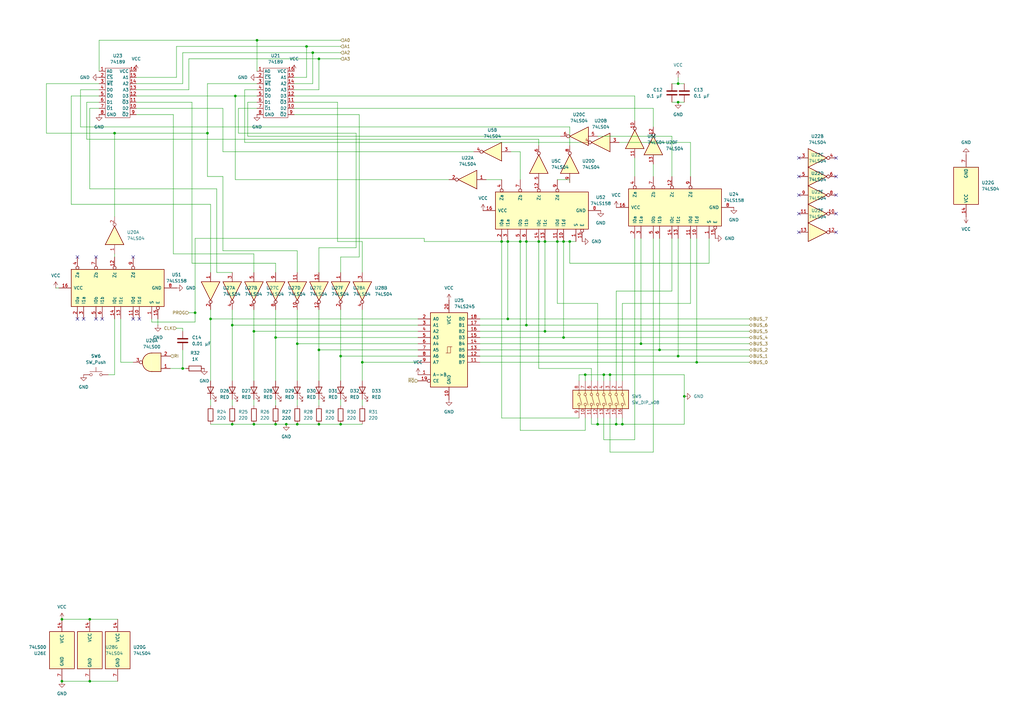
<source format=kicad_sch>
(kicad_sch (version 20250114) (generator "eeschema") (generator_version "9.0")
  (paper "A3")
  (junction (at 280.67 162.56))
  (junction (at 213.36 99.06))
  (junction (at 223.52 99.06))
  (junction (at 233.68 99.06))
  (junction (at 25.4 279.4))
  (junction (at 245.11 173.99))
  (junction (at 231.14 138.43))
  (junction (at 285.75 148.59))
  (junction (at 148.59 148.59))
  (junction (at 208.28 130.81))
  (junction (at 250.19 153.67))
  (junction (at 205.74 99.06))
  (junction (at 139.7 146.05))
  (junction (at 278.13 146.05))
  (junction (at 125.73 19.05))
  (junction (at 130.81 173.99))
  (junction (at 74.93 151.13))
  (junction (at 240.03 153.67))
  (junction (at 104.14 135.89))
  (junction (at 113.03 138.43))
  (junction (at 105.41 16.51))
  (junction (at 278.13 41.91))
  (junction (at 128.27 21.59))
  (junction (at 220.98 99.06))
  (junction (at 278.13 34.29))
  (junction (at 104.14 173.99))
  (junction (at 25.4 254))
  (junction (at 223.52 135.89))
  (junction (at 96.52 39.37))
  (junction (at 215.9 133.35))
  (junction (at 36.83 279.4))
  (junction (at 85.09 54.61))
  (junction (at 117.4206 173.99))
  (junction (at 86.36 130.81))
  (junction (at 262.89 140.97))
  (junction (at 228.6 99.06))
  (junction (at 121.92 173.99))
  (junction (at 95.25 173.99))
  (junction (at 255.27 173.99))
  (junction (at 270.51 143.51))
  (junction (at 215.9 99.06))
  (junction (at 113.03 173.99))
  (junction (at 252.73 173.99))
  (junction (at 130.81 24.13))
  (junction (at 95.25 133.35))
  (junction (at 247.65 153.67))
  (junction (at 36.83 254))
  (junction (at 121.92 140.97))
  (junction (at 80.01 128.27))
  (junction (at 130.81 143.51))
  (junction (at 46.99 54.61))
  (junction (at 231.14 99.06))
  (junction (at 208.28 99.06))
  (junction (at 139.7 173.99))
  (no_connect (at 39.37 105.41))
  (no_connect (at 327.66 72.39))
  (no_connect (at 54.61 105.41))
  (no_connect (at 57.15 130.81))
  (no_connect (at 39.37 130.81))
  (no_connect (at 342.9 80.01))
  (no_connect (at 327.66 80.01))
  (no_connect (at 327.66 95.25))
  (no_connect (at 41.91 130.81))
  (no_connect (at 31.75 105.41))
  (no_connect (at 31.75 130.81))
  (no_connect (at 342.9 64.77))
  (no_connect (at 342.9 95.25))
  (no_connect (at 327.66 87.63))
  (no_connect (at 342.9 72.39))
  (no_connect (at 34.29 130.81))
  (no_connect (at 342.9 87.63))
  (no_connect (at 54.61 130.81))
  (no_connect (at 327.66 64.77))
  (wire (pts (xy 220.98 57.15) (xy 220.98 59.69)))
  (wire (pts (xy 213.36 99.06) (xy 208.28 99.06)))
  (wire (pts (xy 147.32 105.41) (xy 139.7 105.41)))
  (wire (pts (xy 148.59 99.06) (xy 148.59 111.76)))
  (wire (pts (xy 113.03 163.83) (xy 113.03 166.37)))
  (wire (pts (xy 254 58.42) (xy 283.21 58.42)))
  (wire (pts (xy 121.92 140.97) (xy 171.45 140.97)))
  (wire (pts (xy 120.65 34.29) (xy 128.27 34.29)))
  (wire (pts (xy 74.93 34.29) (xy 74.93 21.59)))
  (wire (pts (xy 33.02 36.83) (xy 33.02 52.07)))
  (wire (pts (xy 285.75 148.59) (xy 307.34 148.59)))
  (wire (pts (xy 120.65 39.37) (xy 260.35 39.37)))
  (wire (pts (xy 231.14 99.06) (xy 228.6 99.06)))
  (wire (pts (xy 196.85 143.51) (xy 270.51 143.51)))
  (wire (pts (xy 139.7 105.41) (xy 139.7 111.76)))
  (wire (pts (xy 130.81 143.51) (xy 171.45 143.51)))
  (wire (pts (xy 62.23 132.08) (xy 62.23 130.81)))
  (wire (pts (xy 74.93 143.51) (xy 74.93 151.13)))
  (wire (pts (xy 40.64 34.29) (xy 19.05 34.29)))
  (wire (pts (xy 237.49 153.67) (xy 240.03 153.67)))
  (wire (pts (xy 260.35 180.34) (xy 247.65 180.34)))
  (wire (pts (xy 105.41 41.91) (xy 101.6 41.91)))
  (wire (pts (xy 138.43 41.91) (xy 138.43 99.06)))
  (wire (pts (xy 278.13 146.05) (xy 307.34 146.05)))
  (wire (pts (xy 86.36 83.82) (xy 86.36 111.76)))
  (wire (pts (xy 62.23 132.08) (xy 80.01 132.08)))
  (wire (pts (xy 275.59 41.91) (xy 278.13 41.91)))
  (wire (pts (xy 85.09 72.39) (xy 91.44 72.39)))
  (wire (pts (xy 36.83 279.4) (xy 48.26 279.4)))
  (wire (pts (xy 245.11 171.45) (xy 245.11 173.99)))
  (wire (pts (xy 40.64 16.51) (xy 105.41 16.51)))
  (wire (pts (xy 242.57 151.13) (xy 242.57 156.21)))
  (wire (pts (xy 36.83 254) (xy 48.26 254)))
  (wire (pts (xy 240.03 176.53) (xy 240.03 171.45)))
  (wire (pts (xy 74.93 151.13) (xy 69.85 151.13)))
  (wire (pts (xy 120.65 44.45) (xy 267.97 44.45)))
  (wire (pts (xy 74.93 21.59) (xy 128.27 21.59)))
  (wire (pts (xy 104.14 104.14) (xy 104.14 111.76)))
  (wire (pts (xy 240.03 153.67) (xy 240.03 156.21)))
  (wire (pts (xy 121.92 173.99) (xy 130.81 173.99)))
  (wire (pts (xy 78.74 107.95) (xy 113.03 107.95)))
  (wire (pts (xy 101.6 55.88) (xy 229.87 55.88)))
  (wire (pts (xy 250.19 153.67) (xy 280.67 153.67)))
  (wire (pts (xy 255.27 124.46) (xy 255.27 156.21)))
  (wire (pts (xy 120.65 41.91) (xy 138.43 41.91)))
  (wire (pts (xy 88.9 111.76) (xy 95.25 111.76)))
  (wire (pts (xy 205.74 99.06) (xy 173.99 99.06)))
  (wire (pts (xy 55.88 36.83) (xy 77.47 36.83)))
  (wire (pts (xy 25.4 279.4) (xy 36.83 279.4)))
  (wire (pts (xy 250.19 153.67) (xy 250.19 156.21)))
  (wire (pts (xy 242.57 173.99) (xy 245.11 173.99)))
  (wire (pts (xy 95.25 163.83) (xy 95.25 166.37)))
  (wire (pts (xy 223.52 99.06) (xy 223.52 135.89)))
  (wire (pts (xy 80.01 132.08) (xy 80.01 128.27)))
  (wire (pts (xy 215.9 99.06) (xy 213.36 99.06)))
  (wire (pts (xy 71.12 104.14) (xy 104.14 104.14)))
  (wire (pts (xy 228.6 124.46) (xy 245.11 124.46)))
  (wire (pts (xy 240.03 153.67) (xy 247.65 153.67)))
  (wire (pts (xy 283.21 124.46) (xy 255.27 124.46)))
  (wire (pts (xy 40.64 39.37) (xy 29.21 39.37)))
  (wire (pts (xy 96.52 73.66) (xy 184.15 73.66)))
  (wire (pts (xy 19.05 34.29) (xy 19.05 54.61)))
  (wire (pts (xy 223.52 135.89) (xy 307.34 135.89)))
  (wire (pts (xy 139.7 146.05) (xy 139.7 156.21)))
  (wire (pts (xy 86.36 127) (xy 86.36 130.81)))
  (wire (pts (xy 55.88 39.37) (xy 96.52 39.37)))
  (wire (pts (xy 113.03 107.95) (xy 113.03 111.76)))
  (wire (pts (xy 213.36 176.53) (xy 240.03 176.53)))
  (wire (pts (xy 236.22 99.06) (xy 233.68 99.06)))
  (wire (pts (xy 213.36 99.06) (xy 213.36 176.53)))
  (wire (pts (xy 72.39 19.05) (xy 125.73 19.05)))
  (wire (pts (xy 55.88 44.45) (xy 91.44 44.45)))
  (wire (pts (xy 233.68 73.66) (xy 233.68 74.93)))
  (wire (pts (xy 86.36 130.81) (xy 86.36 156.21)))
  (wire (pts (xy 104.14 135.89) (xy 104.14 156.21)))
  (wire (pts (xy 148.59 127) (xy 148.59 148.59)))
  (wire (pts (xy 105.41 34.29) (xy 85.09 34.29)))
  (wire (pts (xy 46.99 54.61) (xy 85.09 54.61)))
  (wire (pts (xy 35.56 57.15) (xy 220.98 57.15)))
  (wire (pts (xy 19.05 54.61) (xy 46.99 54.61)))
  (wire (pts (xy 267.97 97.79) (xy 267.97 185.42)))
  (wire (pts (xy 86.36 163.83) (xy 86.36 166.37)))
  (wire (pts (xy 78.74 41.91) (xy 78.74 107.95)))
  (wire (pts (xy 121.92 127) (xy 121.92 140.97)))
  (wire (pts (xy 121.92 102.87) (xy 121.92 111.76)))
  (wire (pts (xy 255.27 171.45) (xy 255.27 173.99)))
  (wire (pts (xy 148.59 148.59) (xy 148.59 156.21)))
  (wire (pts (xy 86.36 173.99) (xy 95.25 173.99)))
  (wire (pts (xy 49.53 130.81) (xy 49.53 148.59)))
  (wire (pts (xy 95.25 173.99) (xy 104.14 173.99)))
  (wire (pts (xy 285.75 97.79) (xy 285.75 148.59)))
  (wire (pts (xy 120.65 31.75) (xy 125.73 31.75)))
  (wire (pts (xy 247.65 153.67) (xy 250.19 153.67)))
  (wire (pts (xy 208.28 99.06) (xy 205.74 99.06)))
  (wire (pts (xy 245.11 55.88) (xy 275.59 55.88)))
  (wire (pts (xy 139.7 163.83) (xy 139.7 166.37)))
  (wire (pts (xy 86.36 130.81) (xy 171.45 130.81)))
  (wire (pts (xy 278.13 97.79) (xy 278.13 146.05)))
  (wire (pts (xy 220.98 151.13) (xy 242.57 151.13)))
  (wire (pts (xy 220.98 74.93) (xy 220.98 73.66)))
  (wire (pts (xy 196.85 135.89) (xy 223.52 135.89)))
  (wire (pts (xy 196.85 148.59) (xy 285.75 148.59)))
  (wire (pts (xy 130.81 163.83) (xy 130.81 166.37)))
  (wire (pts (xy 24.13 118.11) (xy 22.86 118.11)))
  (wire (pts (xy 252.73 119.38) (xy 252.73 156.21)))
  (wire (pts (xy 260.35 64.77) (xy 260.35 72.39)))
  (wire (pts (xy 36.83 77.47) (xy 88.9 77.47)))
  (wire (pts (xy 283.21 97.79) (xy 283.21 124.46)))
  (wire (pts (xy 278.13 34.29) (xy 278.13 31.75)))
  (wire (pts (xy 77.47 36.83) (xy 77.47 24.13)))
  (wire (pts (xy 270.51 97.79) (xy 270.51 143.51)))
  (wire (pts (xy 242.57 171.45) (xy 242.57 173.99)))
  (wire (pts (xy 29.21 39.37) (xy 29.21 83.82)))
  (wire (pts (xy 105.41 36.83) (xy 100.33 36.83)))
  (wire (pts (xy 196.85 130.81) (xy 208.28 130.81)))
  (wire (pts (xy 233.68 99.06) (xy 231.14 99.06)))
  (wire (pts (xy 245.11 173.99) (xy 252.73 173.99)))
  (wire (pts (xy 278.13 34.29) (xy 275.59 34.29)))
  (wire (pts (xy 252.73 173.99) (xy 255.27 173.99)))
  (wire (pts (xy 88.9 77.47) (xy 88.9 111.76)))
  (wire (pts (xy 55.88 41.91) (xy 78.74 41.91)))
  (wire (pts (xy 104.14 127) (xy 104.14 135.89)))
  (wire (pts (xy 196.85 146.05) (xy 278.13 146.05)))
  (wire (pts (xy 55.88 31.75) (xy 72.39 31.75)))
  (wire (pts (xy 223.52 99.06) (xy 220.98 99.06)))
  (wire (pts (xy 121.92 163.83) (xy 121.92 166.37)))
  (wire (pts (xy 205.74 171.45) (xy 237.49 171.45)))
  (wire (pts (xy 255.27 173.99) (xy 280.67 173.99)))
  (wire (pts (xy 237.49 156.21) (xy 237.49 153.67)))
  (wire (pts (xy 196.85 138.43) (xy 231.14 138.43)))
  (wire (pts (xy 130.81 127) (xy 130.81 143.51)))
  (wire (pts (xy 97.79 44.45) (xy 97.79 54.61)))
  (wire (pts (xy 85.09 34.29) (xy 85.09 54.61)))
  (wire (pts (xy 267.97 67.31) (xy 267.97 72.39)))
  (wire (pts (xy 208.28 130.81) (xy 307.34 130.81)))
  (wire (pts (xy 231.14 99.06) (xy 231.14 138.43)))
  (wire (pts (xy 196.85 133.35) (xy 215.9 133.35)))
  (wire (pts (xy 95.25 127) (xy 95.25 133.35)))
  (wire (pts (xy 105.41 29.21) (xy 105.41 16.51)))
  (wire (pts (xy 100.33 36.83) (xy 100.33 58.42)))
  (wire (pts (xy 55.88 34.29) (xy 74.93 34.29)))
  (wire (pts (xy 91.44 72.39) (xy 91.44 102.87)))
  (wire (pts (xy 139.7 127) (xy 139.7 146.05)))
  (wire (pts (xy 267.97 44.45) (xy 267.97 52.07)))
  (wire (pts (xy 275.59 119.38) (xy 252.73 119.38)))
  (wire (pts (xy 120.65 36.83) (xy 130.81 36.83)))
  (wire (pts (xy 250.19 185.42) (xy 250.19 171.45)))
  (wire (pts (xy 100.33 58.42) (xy 238.76 58.42)))
  (wire (pts (xy 120.65 46.99) (xy 147.32 46.99)))
  (wire (pts (xy 91.44 44.45) (xy 91.44 62.23)))
  (wire (pts (xy 280.67 153.67) (xy 280.67 162.56)))
  (wire (pts (xy 290.83 97.79) (xy 290.83 107.95)))
  (wire (pts (xy 146.05 101.6) (xy 130.81 101.6)))
  (wire (pts (xy 101.6 41.91) (xy 101.6 55.88)))
  (wire (pts (xy 128.27 21.59) (xy 139.7 21.59)))
  (wire (pts (xy 77.47 24.13) (xy 130.81 24.13)))
  (wire (pts (xy 228.6 99.06) (xy 223.52 99.06)))
  (wire (pts (xy 208.28 99.06) (xy 208.28 130.81)))
  (wire (pts (xy 139.7 173.99) (xy 148.59 173.99)))
  (wire (pts (xy 40.64 29.21) (xy 40.64 16.51)))
  (wire (pts (xy 113.03 138.43) (xy 113.03 156.21)))
  (wire (pts (xy 260.35 97.79) (xy 260.35 180.34)))
  (wire (pts (xy 130.81 36.83) (xy 130.81 24.13)))
  (wire (pts (xy 233.68 107.95) (xy 233.68 99.06)))
  (wire (pts (xy 113.03 173.99) (xy 117.4206 173.99)))
  (wire (pts (xy 252.73 171.45) (xy 252.73 173.99)))
  (wire (pts (xy 71.12 46.99) (xy 71.12 104.14)))
  (wire (pts (xy 85.09 54.61) (xy 85.09 72.39)))
  (wire (pts (xy 138.43 99.06) (xy 148.59 99.06)))
  (wire (pts (xy 260.35 39.37) (xy 260.35 49.53)))
  (wire (pts (xy 105.41 16.51) (xy 139.7 16.51)))
  (wire (pts (xy 275.59 97.79) (xy 275.59 119.38)))
  (wire (pts (xy 117.4206 173.99) (xy 121.92 173.99)))
  (wire (pts (xy 46.99 104.14) (xy 46.99 105.41)))
  (wire (pts (xy 29.21 83.82) (xy 86.36 83.82)))
  (wire (pts (xy 72.39 31.75) (xy 72.39 19.05)))
  (wire (pts (xy 97.79 54.61) (xy 146.05 54.61)))
  (wire (pts (xy 72.39 134.62) (xy 74.93 134.62)))
  (wire (pts (xy 40.64 41.91) (xy 35.56 41.91)))
  (wire (pts (xy 275.59 55.88) (xy 275.59 72.39)))
  (wire (pts (xy 147.32 46.99) (xy 147.32 105.41)))
  (wire (pts (xy 228.6 73.66) (xy 233.68 73.66)))
  (wire (pts (xy 231.14 138.43) (xy 307.34 138.43)))
  (wire (pts (xy 104.14 163.83) (xy 104.14 166.37)))
  (wire (pts (xy 228.6 99.06) (xy 228.6 124.46)))
  (wire (pts (xy 128.27 34.29) (xy 128.27 21.59)))
  (wire (pts (xy 46.99 153.67) (xy 44.45 153.67)))
  (wire (pts (xy 25.4 254) (xy 36.83 254)))
  (wire (pts (xy 262.89 97.79) (xy 262.89 140.97)))
  (wire (pts (xy 96.52 39.37) (xy 105.41 39.37)))
  (wire (pts (xy 74.93 151.13) (xy 76.2 151.13)))
  (wire (pts (xy 215.9 133.35) (xy 307.34 133.35)))
  (wire (pts (xy 46.99 54.61) (xy 46.99 88.9)))
  (wire (pts (xy 209.55 62.23) (xy 213.36 62.23)))
  (wire (pts (xy 215.9 99.06) (xy 215.9 133.35)))
  (wire (pts (xy 213.36 62.23) (xy 213.36 73.66)))
  (wire (pts (xy 267.97 185.42) (xy 250.19 185.42)))
  (wire (pts (xy 49.53 148.59) (xy 54.61 148.59)))
  (wire (pts (xy 74.93 134.62) (xy 74.93 135.89)))
  (wire (pts (xy 270.51 143.51) (xy 307.34 143.51)))
  (wire (pts (xy 130.81 101.6) (xy 130.81 111.76)))
  (wire (pts (xy 125.73 31.75) (xy 125.73 19.05)))
  (wire (pts (xy 146.05 54.61) (xy 146.05 101.6)))
  (wire (pts (xy 247.65 153.67) (xy 247.65 156.21)))
  (wire (pts (xy 91.44 62.23) (xy 194.31 62.23)))
  (wire (pts (xy 36.83 44.45) (xy 36.83 77.47)))
  (wire (pts (xy 46.99 130.81) (xy 46.99 153.67)))
  (wire (pts (xy 247.65 180.34) (xy 247.65 171.45)))
  (wire (pts (xy 35.56 41.91) (xy 35.56 57.15)))
  (wire (pts (xy 196.85 140.97) (xy 262.89 140.97)))
  (wire (pts (xy 199.39 73.66) (xy 205.74 73.66)))
  (wire (pts (xy 130.81 173.99) (xy 139.7 173.99)))
  (wire (pts (xy 105.41 44.45) (xy 97.79 44.45)))
  (wire (pts (xy 113.03 127) (xy 113.03 138.43)))
  (wire (pts (xy 262.89 140.97) (xy 307.34 140.97)))
  (wire (pts (xy 171.45 138.43) (xy 113.03 138.43)))
  (wire (pts (xy 171.45 135.89) (xy 104.14 135.89)))
  (wire (pts (xy 55.88 46.99) (xy 71.12 46.99)))
  (wire (pts (xy 220.98 99.06) (xy 215.9 99.06)))
  (wire (pts (xy 278.13 34.29) (xy 280.67 34.29)))
  (wire (pts (xy 130.81 24.13) (xy 139.7 24.13)))
  (wire (pts (xy 40.64 36.83) (xy 33.02 36.83)))
  (wire (pts (xy 148.59 148.59) (xy 171.45 148.59)))
  (wire (pts (xy 278.13 41.91) (xy 280.67 41.91)))
  (wire (pts (xy 91.44 102.87) (xy 121.92 102.87)))
  (wire (pts (xy 233.68 52.07) (xy 233.68 59.69)))
  (wire (pts (xy 205.74 99.06) (xy 205.74 171.45)))
  (wire (pts (xy 283.21 58.42) (xy 283.21 72.39)))
  (wire (pts (xy 130.81 143.51) (xy 130.81 156.21)))
  (wire (pts (xy 33.02 52.07) (xy 233.68 52.07)))
  (wire (pts (xy 104.14 173.99) (xy 113.03 173.99)))
  (wire (pts (xy 245.11 124.46) (xy 245.11 156.21)))
  (wire (pts (xy 125.73 19.05) (xy 139.7 19.05)))
  (wire (pts (xy 121.92 140.97) (xy 121.92 156.21)))
  (wire (pts (xy 173.99 99.06) (xy 173.99 97.79)))
  (wire (pts (xy 280.67 173.99) (xy 280.67 162.56)))
  (wire (pts (xy 220.98 99.06) (xy 220.98 151.13)))
  (wire (pts (xy 95.25 133.35) (xy 95.25 156.21)))
  (wire (pts (xy 64.77 130.81) (xy 64.77 133.35)))
  (wire (pts (xy 80.01 97.79) (xy 80.01 128.27)))
  (wire (pts (xy 80.01 128.27) (xy 77.47 128.27)))
  (wire (pts (xy 148.59 163.83) (xy 148.59 166.37)))
  (wire (pts (xy 96.52 39.37) (xy 96.52 73.66)))
  (wire (pts (xy 171.45 133.35) (xy 95.25 133.35)))
  (wire (pts (xy 171.45 146.05) (xy 139.7 146.05)))
  (wire (pts (xy 290.83 107.95) (xy 233.68 107.95)))
  (wire (pts (xy 40.64 44.45) (xy 36.83 44.45)))
  (wire (pts (xy 173.99 97.79) (xy 80.01 97.79)))
  (hierarchical_label "A0" (shape input) (at 139.7 16.51 0))
  (hierarchical_label "PROG" (shape input) (at 77.47 128.27 180))
  (hierarchical_label "CLK" (shape input) (at 72.39 134.62 180))
  (hierarchical_label "A2" (shape input) (at 139.7 21.59 0))
  (hierarchical_label "~{R0}" (shape input) (at 171.45 156.21 180))
  (hierarchical_label "BUS_1" (shape bidirectional) (at 307.34 146.05 0))
  (hierarchical_label "RI" (shape input) (at 69.85 146.05 0))
  (hierarchical_label "BUS_4" (shape bidirectional) (at 307.34 138.43 0))
  (hierarchical_label "BUS_6" (shape bidirectional) (at 307.34 133.35 0))
  (hierarchical_label "BUS_0" (shape bidirectional) (at 307.34 148.59 0))
  (hierarchical_label "A1" (shape input) (at 139.7 19.05 0))
  (hierarchical_label "BUS_5" (shape bidirectional) (at 307.34 135.89 0))
  (hierarchical_label "BUS_3" (shape bidirectional) (at 307.34 140.97 0))
  (hierarchical_label "BUS_2" (shape bidirectional) (at 307.34 143.51 0))
  (hierarchical_label "A3" (shape input) (at 139.7 24.13 0))
  (hierarchical_label "BUS_7" (shape bidirectional) (at 307.34 130.81 0))
  (symbol (lib_id "power:GND") (at 72.39 118.11 90) (unit 1)
    (property "Reference" "#PWR027" (effects (hide yes)))
    (property "Value" "GND" (at 76.2 118.1099 90) (effects (justify right)))
    (property "Description" "Power symbol creates a global label with name \"GND\" , ground" (effects (hide yes)))
  )
  (symbol (lib_id "74xx:74LS04") (at 95.25 119.38 270) (unit 2)
    (property "Reference" "U27" (at 100.33 118.1099 90) (effects (justify left)))
    (property "Value" "74LS04" (at 100.33 120.6499 90) (effects (justify left)))
    (property "Footprint" "Custom:N14" (effects (hide yes)))
    (property "Datasheet" "http://www.ti.com/lit/gpn/sn74LS04" (effects (hide yes)))
    (property "Description" "Hex Inverter" (effects (hide yes)))
  )
  (symbol (lib_id "Device:C") (at 275.59 38.1 0) (mirror y) (unit 1)
    (property "Reference" "C12" (at 271.78 36.8299 0) (effects (justify left)))
    (property "Value" "0.1 µF" (at 271.78 39.3699 0) (effects (justify left)))
    (property "Footprint" "Capacitor_THT:C_Radial_D5.0mm_H5.0mm_P2.00mm" (effects (hide yes)))
    (property "Description" "Unpolarized capacitor" (effects (hide yes)))
  )
  (symbol (lib_id "power:VCC") (at 171.45 153.67 0) (unit 1)
    (property "Reference" "#PWR042" (effects (hide yes)))
    (property "Value" "VCC" (at 171.45 148.59 0))
    (property "Description" "Power symbol creates a global label with name \"VCC\"" (effects (hide yes)))
  )
  (symbol (lib_id "power:GND") (at 105.41 46.99 0) (unit 1)
    (property "Reference" "#PWR031" (effects (hide yes)))
    (property "Value" "GND" (at 105.41 52.07 0))
    (property "Description" "Power symbol creates a global label with name \"GND\" , ground" (effects (hide yes)))
  )
  (symbol (lib_id "power:VCC") (at 184.15 123.19 0) (unit 1)
    (property "Reference" "#PWR044" (effects (hide yes)))
    (property "Value" "VCC" (at 184.15 118.11 0))
    (property "Description" "Power symbol creates a global label with name \"VCC\"" (effects (hide yes)))
  )
  (symbol (lib_id "power:GND") (at 25.4 279.4 0) (unit 1)
    (property "Reference" "#PWR069" (effects (hide yes)))
    (property "Value" "GND" (at 25.4 284.48 0))
    (property "Description" "Power symbol creates a global label with name \"GND\" , ground" (effects (hide yes)))
  )
  (symbol (lib_id "74xx:74LS158") (at 46.99 118.11 90) (unit 1)
    (property "Reference" "U51" (at 72.39 112.6646 90))
    (property "Value" "74LS158" (at 72.39 115.2046 90))
    (property "Footprint" "Package_DIP:DIP-16_W7.62mm" (effects (hide yes)))
    (property "Datasheet" "http://www.ti.com/lit/gpn/sn74LS158" (effects (hide yes)))
    (property "Description" "Quad 2 to 1 multiplexer" (effects (hide yes)))
  )
  (symbol (lib_id "power:GND") (at 246.38 86.36 0) (unit 1)
    (property "Reference" "#PWR029" (effects (hide yes)))
    (property "Value" "GND" (at 246.38 91.44 0))
    (property "Description" "Power symbol creates a global label with name \"GND\" , ground" (effects (hide yes)))
  )
  (symbol (lib_id "74xx:74LS04") (at 139.7 119.38 270) (unit 1)
    (property "Reference" "U28" (at 144.78 118.1099 90) (effects (justify left)))
    (property "Value" "74LS04" (at 144.78 120.6499 90) (effects (justify left)))
    (property "Footprint" "Custom:N14" (effects (hide yes)))
    (property "Datasheet" "http://www.ti.com/lit/gpn/sn74LS04" (effects (hide yes)))
    (property "Description" "Hex Inverter" (effects (hide yes)))
  )
  (symbol (lib_id "power:GND") (at 40.64 31.75 270) (unit 1)
    (property "Reference" "#PWR040" (effects (hide yes)))
    (property "Value" "GND" (at 36.83 31.7499 90) (effects (justify right)))
    (property "Description" "Power symbol creates a global label with name \"GND\" , ground" (effects (hide yes)))
  )
  (symbol (lib_id "power:GND") (at 40.64 46.99 0) (unit 1)
    (property "Reference" "#PWR030" (effects (hide yes)))
    (property "Value" "GND" (at 40.64 52.07 0))
    (property "Description" "Power symbol creates a global label with name \"GND\" , ground" (effects (hide yes)))
  )
  (symbol (lib_id "Device:C") (at 74.93 139.7 0) (unit 1)
    (property "Reference" "C14" (at 78.74 138.4299 0) (effects (justify left)))
    (property "Value" "0.01 µF" (at 78.74 140.9699 0) (effects (justify left)))
    (property "Footprint" "Capacitor_THT:C_Radial_D5.0mm_H5.0mm_P2.00mm" (effects (hide yes)))
    (property "Description" "Unpolarized capacitor" (effects (hide yes)))
  )
  (symbol (lib_id "power:GND") (at 300.99 85.09 0) (unit 1)
    (property "Reference" "#PWR028" (effects (hide yes)))
    (property "Value" "GND" (at 300.99 90.17 0))
    (property "Description" "Power symbol creates a global label with name \"GND\" , ground" (effects (hide yes)))
  )
  (symbol (lib_id "74xx:74LS158") (at 220.98 86.36 90) (unit 1)
    (property "Reference" "U52" (at 246.38 80.9146 90))
    (property "Value" "74LS158" (at 246.38 83.4546 90))
    (property "Footprint" "Package_DIP:DIP-16_W7.62mm" (effects (hide yes)))
    (property "Datasheet" "http://www.ti.com/lit/gpn/sn74LS158" (effects (hide yes)))
    (property "Description" "Quad 2 to 1 multiplexer" (effects (hide yes)))
  )
  (symbol (lib_id "power:GND") (at 238.76 99.06 90) (unit 1)
    (property "Reference" "#PWR046" (effects (hide yes)))
    (property "Value" "GND" (at 242.57 99.0599 90) (effects (justify right)))
    (property "Description" "Power symbol creates a global label with name \"GND\" , ground" (effects (hide yes)))
  )
  (symbol (lib_id "Device:LED") (at 95.25 160.02 90) (unit 1)
    (property "Reference" "D27" (at 99.06 160.3374 90) (effects (justify right)))
    (property "Value" "RED" (at 99.06 162.8774 90) (effects (justify right)))
    (property "Footprint" "LED_THT:LED_D3.0mm" (effects (hide yes)))
    (property "Description" "Light emitting diode" (effects (hide yes)))
    (property "Sim.Pins" "1=K 2=A" (effects (hide yes)))
  )
  (symbol (lib_id "74xx:74LS04") (at 104.14 119.38 270) (unit 3)
    (property "Reference" "U27" (at 109.22 118.1099 90) (effects (justify left)))
    (property "Value" "74LS04" (at 109.22 120.6499 90) (effects (justify left)))
    (property "Footprint" "Custom:N14" (effects (hide yes)))
    (property "Datasheet" "http://www.ti.com/lit/gpn/sn74LS04" (effects (hide yes)))
    (property "Description" "Hex Inverter" (effects (hide yes)))
  )
  (symbol (lib_id "74xx:74LS04") (at 220.98 67.31 90) (unit 3)
    (property "Reference" "U5" (at 226.06 66.0399 90) (effects (justify right)))
    (property "Value" "74LS04" (at 226.06 68.5799 90) (effects (justify right)))
    (property "Footprint" "Package_DIP:DIP-14_W7.62mm" (effects (hide yes)))
    (property "Datasheet" "http://www.ti.com/lit/gpn/sn74LS04" (effects (hide yes)))
    (property "Description" "Hex Inverter" (effects (hide yes)))
  )
  (symbol (lib_id "power:GND") (at 184.15 163.83 0) (unit 1)
    (property "Reference" "#PWR043" (effects (hide yes)))
    (property "Value" "GND" (at 184.15 168.91 0))
    (property "Description" "Power symbol creates a global label with name \"GND\" , ground" (effects (hide yes)))
  )
  (symbol (lib_id "Custom:74F189SJ") (at 107.95 30.48 0) (unit 1)
    (property "Reference" "U21" (at 113.03 22.86 0))
    (property "Value" "74189" (at 113.03 25.4 0))
    (property "Footprint" "Custom:N16" (effects (hide yes)))
    (property "Datasheet" "https://eater.net/datasheets/74189.pdf" (effects (hide yes)))
  )
  (symbol (lib_id "Device:R") (at 148.59 170.18 0) (unit 1)
    (property "Reference" "R31" (at 151.13 168.9099 0) (effects (justify left)))
    (property "Value" "220" (at 151.13 171.4499 0) (effects (justify left)))
    (property "Footprint" "Resistor_THT:R_Axial_DIN0207_L6.3mm_D2.5mm_P7.62mm_Horizontal" (effects (hide yes)))
    (property "Description" "Resistor" (effects (hide yes)))
  )
  (symbol (lib_id "Device:LED") (at 139.7 160.02 90) (unit 1)
    (property "Reference" "D32" (at 143.51 160.3374 90) (effects (justify right)))
    (property "Value" "RED" (at 143.51 162.8774 90) (effects (justify right)))
    (property "Footprint" "LED_THT:LED_D3.0mm" (effects (hide yes)))
    (property "Description" "Light emitting diode" (effects (hide yes)))
    (property "Sim.Pins" "1=K 2=A" (effects (hide yes)))
  )
  (symbol (lib_id "Device:LED") (at 86.36 160.02 90) (unit 1)
    (property "Reference" "D26" (at 90.17 160.3374 90) (effects (justify right)))
    (property "Value" "RED" (at 90.17 162.8774 90) (effects (justify right)))
    (property "Footprint" "LED_THT:LED_D3.0mm" (effects (hide yes)))
    (property "Description" "Light emitting diode" (effects (hide yes)))
    (property "Sim.Pins" "1=K 2=A" (effects (hide yes)))
  )
  (symbol (lib_id "power:VCC") (at 396.24 88.9 180) (unit 1)
    (property "Reference" "#PWR0139" (effects (hide yes)))
    (property "Value" "VCC" (at 396.24 93.98 0))
    (property "Description" "Power symbol creates a global label with name \"VCC\"" (effects (hide yes)))
  )
  (symbol (lib_name "74F189SJ_2") (lib_id "Custom:74F189SJ") (at 43.18 30.48 0) (unit 1)
    (property "Reference" "U23" (at 48.26 22.86 0))
    (property "Value" "74189" (at 48.26 25.4 0))
    (property "Footprint" "Custom:N16" (effects (hide yes)))
    (property "Datasheet" "https://eater.net/datasheets/74189.pdf" (effects (hide yes)))
  )
  (symbol (lib_id "power:GND") (at 396.24 63.5 180) (unit 1)
    (property "Reference" "#PWR0138" (effects (hide yes)))
    (property "Value" "GND" (at 396.24 58.42 0))
    (property "Description" "Power symbol creates a global label with name \"GND\" , ground" (effects (hide yes)))
  )
  (symbol (lib_id "Device:C") (at 280.67 38.1 0) (unit 1)
    (property "Reference" "C13" (at 284.48 36.8299 0) (effects (justify left)))
    (property "Value" "0.1 µF" (at 284.48 39.3699 0) (effects (justify left)))
    (property "Footprint" "Capacitor_THT:C_Radial_D5.0mm_H5.0mm_P2.00mm" (effects (hide yes)))
    (property "Description" "Unpolarized capacitor" (effects (hide yes)))
  )
  (symbol (lib_id "power:VCC") (at 278.13 31.75 0) (unit 1)
    (property "Reference" "#PWR037" (effects (hide yes)))
    (property "Value" "VCC" (at 278.13 26.67 0))
    (property "Description" "Power symbol creates a global label with name \"VCC\"" (effects (hide yes)))
  )
  (symbol (lib_id "74xx:74LS04") (at 130.81 119.38 270) (unit 6)
    (property "Reference" "U27" (at 135.89 118.1099 90) (effects (justify left)))
    (property "Value" "74LS04" (at 135.89 120.6499 90) (effects (justify left)))
    (property "Footprint" "Custom:N14" (effects (hide yes)))
    (property "Datasheet" "http://www.ti.com/lit/gpn/sn74LS04" (effects (hide yes)))
    (property "Description" "Hex Inverter" (effects (hide yes)))
  )
  (symbol (lib_id "Device:R") (at 95.25 170.18 0) (unit 1)
    (property "Reference" "R25" (at 97.79 168.9099 0) (effects (justify left)))
    (property "Value" "220" (at 97.79 171.4499 0) (effects (justify left)))
    (property "Footprint" "Resistor_THT:R_Axial_DIN0207_L6.3mm_D2.5mm_P7.62mm_Horizontal" (effects (hide yes)))
    (property "Description" "Resistor" (effects (hide yes)))
  )
  (symbol (lib_id "power:VCC") (at 120.65 29.21 0) (unit 1)
    (property "Reference" "#PWR033" (effects (hide yes)))
    (property "Value" "VCC" (at 120.65 24.13 0))
    (property "Description" "Power symbol creates a global label with name \"VCC\"" (effects (hide yes)))
  )
  (symbol (lib_id "power:VCC") (at 25.4 254 0) (unit 1)
    (property "Reference" "#PWR068" (effects (hide yes)))
    (property "Value" "VCC" (at 25.4 248.92 0))
    (property "Description" "Power symbol creates a global label with name \"VCC\"" (effects (hide yes)))
  )
  (symbol (lib_id "74xx:74LS04") (at 121.92 119.38 270) (unit 5)
    (property "Reference" "U27" (at 127 118.1099 90) (effects (justify left)))
    (property "Value" "74LS04" (at 127 120.6499 90) (effects (justify left)))
    (property "Footprint" "Custom:N14" (effects (hide yes)))
    (property "Datasheet" "http://www.ti.com/lit/gpn/sn74LS04" (effects (hide yes)))
    (property "Description" "Hex Inverter" (effects (hide yes)))
  )
  (symbol (lib_id "Device:LED") (at 121.92 160.02 90) (unit 1)
    (property "Reference" "D30" (at 125.73 160.3374 90) (effects (justify right)))
    (property "Value" "RED" (at 125.73 162.8774 90) (effects (justify right)))
    (property "Footprint" "LED_THT:LED_D3.0mm" (effects (hide yes)))
    (property "Description" "Light emitting diode" (effects (hide yes)))
    (property "Sim.Pins" "1=K 2=A" (effects (hide yes)))
  )
  (symbol (lib_id "power:GND") (at 105.41 31.75 270) (unit 1)
    (property "Reference" "#PWR041" (effects (hide yes)))
    (property "Value" "GND" (at 101.6 31.7499 90) (effects (justify right)))
    (property "Description" "Power symbol creates a global label with name \"GND\" , ground" (effects (hide yes)))
  )
  (symbol (lib_id "74xx:74LS04") (at 36.83 266.7 0) (unit 7)
    (property "Reference" "U28" (at 43.18 265.4299 0) (effects (justify left)))
    (property "Value" "74LS04" (at 43.18 267.9699 0) (effects (justify left)))
    (property "Footprint" "Custom:N14" (effects (hide yes)))
    (property "Datasheet" "http://www.ti.com/lit/gpn/sn74LS04" (effects (hide yes)))
    (property "Description" "Hex Inverter" (effects (hide yes)))
  )
  (symbol (lib_id "74xx:74LS04") (at 148.59 119.38 270) (unit 2)
    (property "Reference" "U28" (at 153.67 118.1099 90) (effects (justify left)))
    (property "Value" "74LS04" (at 153.67 120.6499 90) (effects (justify left)))
    (property "Footprint" "Custom:N14" (effects (hide yes)))
    (property "Datasheet" "http://www.ti.com/lit/gpn/sn74LS04" (effects (hide yes)))
    (property "Description" "Hex Inverter" (effects (hide yes)))
  )
  (symbol (lib_id "Device:LED") (at 130.81 160.02 90) (unit 1)
    (property "Reference" "D31" (at 134.62 160.3374 90) (effects (justify right)))
    (property "Value" "RED" (at 134.62 162.8774 90) (effects (justify right)))
    (property "Footprint" "LED_THT:LED_D3.0mm" (effects (hide yes)))
    (property "Description" "Light emitting diode" (effects (hide yes)))
    (property "Sim.Pins" "1=K 2=A" (effects (hide yes)))
  )
  (symbol (lib_id "74xx:74LS04") (at 201.93 62.23 180) (unit 2)
    (property "Reference" "U5" (at 201.93 53.34 0))
    (property "Value" "74LS04" (at 201.93 55.88 0))
    (property "Footprint" "Package_DIP:DIP-14_W7.62mm" (effects (hide yes)))
    (property "Datasheet" "http://www.ti.com/lit/gpn/sn74LS04" (effects (hide yes)))
    (property "Description" "Hex Inverter" (effects (hide yes)))
  )
  (symbol (lib_id "Device:R") (at 104.14 170.18 0) (unit 1)
    (property "Reference" "R26" (at 106.68 168.9099 0) (effects (justify left)))
    (property "Value" "220" (at 106.68 171.4499 0) (effects (justify left)))
    (property "Footprint" "Resistor_THT:R_Axial_DIN0207_L6.3mm_D2.5mm_P7.62mm_Horizontal" (effects (hide yes)))
    (property "Description" "Resistor" (effects (hide yes)))
  )
  (symbol (lib_id "power:VCC") (at 198.12 86.36 0) (unit 1)
    (property "Reference" "#PWR036" (effects (hide yes)))
    (property "Value" "VCC" (at 198.12 81.28 0))
    (property "Description" "Power symbol creates a global label with name \"VCC\"" (effects (hide yes)))
  )
  (symbol (lib_id "power:GND") (at 83.82 151.13 0) (unit 1)
    (property "Reference" "#PWR049" (effects (hide yes)))
    (property "Value" "GND" (at 83.82 156.21 0))
    (property "Description" "Power symbol creates a global label with name \"GND\" , ground" (effects (hide yes)))
  )
  (symbol (lib_id "Device:R") (at 113.03 170.18 0) (unit 1)
    (property "Reference" "R27" (at 115.57 168.9099 0) (effects (justify left)))
    (property "Value" "220" (at 115.57 171.4499 0) (effects (justify left)))
    (property "Footprint" "Resistor_THT:R_Axial_DIN0207_L6.3mm_D2.5mm_P7.62mm_Horizontal" (effects (hide yes)))
    (property "Description" "Resistor" (effects (hide yes)))
  )
  (symbol (lib_id "Switch:SW_DIP_x08") (at 245.11 163.83 270) (unit 1)
    (property "Reference" "SW5" (at 259.08 162.5599 90) (effects (justify left)))
    (property "Value" "SW_DIP_x08" (at 259.08 165.0999 90) (effects (justify left)))
    (property "Footprint" "Button_Switch_THT:SW_DIP_SPSTx08_Slide_6.7x21.88mm_W7.62mm_P2.54mm_LowProfile" (effects (hide yes)))
    (property "Description" "8x DIP Switch, Single Pole Single Throw (SPST) switch, small symbol" (effects (hide yes)))
  )
  (symbol (lib_id "74xx:74LS04") (at 233.68 67.31 90) (unit 4)
    (property "Reference" "U20" (at 238.76 66.0399 90) (effects (justify right)))
    (property "Value" "74LS04" (at 238.76 68.5799 90) (effects (justify right)))
    (property "Footprint" "Package_DIP:DIP-14_W7.62mm" (effects (hide yes)))
    (property "Datasheet" "http://www.ti.com/lit/gpn/sn74LS04" (effects (hide yes)))
    (property "Description" "Hex Inverter" (effects (hide yes)))
  )
  (symbol (lib_id "74xx:74LS04") (at 46.99 96.52 90) (unit 1)
    (property "Reference" "U20" (at 52.07 95.2499 90) (effects (justify right)))
    (property "Value" "74LS04" (at 52.07 97.7899 90) (effects (justify right)))
    (property "Footprint" "Package_DIP:DIP-14_W7.62mm" (effects (hide yes)))
    (property "Datasheet" "http://www.ti.com/lit/gpn/sn74LS04" (effects (hide yes)))
    (property "Description" "Hex Inverter" (effects (hide yes)))
  )
  (symbol (lib_id "74xx:74LS04") (at 48.26 266.7 0) (unit 7)
    (property "Reference" "U20" (at 54.61 265.4299 0) (effects (justify left)))
    (property "Value" "74LS04" (at 54.61 267.9699 0) (effects (justify left)))
    (property "Footprint" "Package_DIP:DIP-14_W7.62mm" (effects (hide yes)))
    (property "Datasheet" "http://www.ti.com/lit/gpn/sn74LS04" (effects (hide yes)))
    (property "Description" "Hex Inverter" (effects (hide yes)))
  )
  (symbol (lib_id "74xx:74LS04") (at 237.49 55.88 180) (unit 3)
    (property "Reference" "U20" (at 237.49 46.99 0))
    (property "Value" "74LS04" (at 237.49 49.53 0))
    (property "Footprint" "Package_DIP:DIP-14_W7.62mm" (effects (hide yes)))
    (property "Datasheet" "http://www.ti.com/lit/gpn/sn74LS04" (effects (hide yes)))
    (property "Description" "Hex Inverter" (effects (hide yes)))
  )
  (symbol (lib_id "74xx:74LS04") (at 246.38 58.42 180) (unit 2)
    (property "Reference" "U20" (at 246.38 49.53 0))
    (property "Value" "74LS04" (at 246.38 52.07 0))
    (property "Footprint" "Package_DIP:DIP-14_W7.62mm" (effects (hide yes)))
    (property "Datasheet" "http://www.ti.com/lit/gpn/sn74LS04" (effects (hide yes)))
    (property "Description" "Hex Inverter" (effects (hide yes)))
  )
  (symbol (lib_id "Device:LED") (at 113.03 160.02 90) (unit 1)
    (property "Reference" "D29" (at 116.84 160.3374 90) (effects (justify right)))
    (property "Value" "RED" (at 116.84 162.8774 90) (effects (justify right)))
    (property "Footprint" "LED_THT:LED_D3.0mm" (effects (hide yes)))
    (property "Description" "Light emitting diode" (effects (hide yes)))
    (property "Sim.Pins" "1=K 2=A" (effects (hide yes)))
  )
  (symbol (lib_id "power:GND") (at 293.37 97.79 90) (unit 1)
    (property "Reference" "#PWR047" (effects (hide yes)))
    (property "Value" "GND" (at 297.18 97.7899 90) (effects (justify right)))
    (property "Description" "Power symbol creates a global label with name \"GND\" , ground" (effects (hide yes)))
  )
  (symbol (lib_id "Switch:SW_Push") (at 39.37 153.67 0) (unit 1)
    (property "Reference" "SW6" (at 39.37 146.05 0))
    (property "Value" "SW_Push" (at 39.37 148.59 0))
    (property "Footprint" "Button_Switch_THT:SW_PUSH_6mm" (effects (hide yes)))
    (property "Description" "Push button switch, generic, two pins" (effects (hide yes)))
  )
  (symbol (lib_id "Device:R") (at 121.92 170.18 0) (unit 1)
    (property "Reference" "R28" (at 124.46 168.9099 0) (effects (justify left)))
    (property "Value" "220" (at 124.46 171.4499 0) (effects (justify left)))
    (property "Footprint" "Resistor_THT:R_Axial_DIN0207_L6.3mm_D2.5mm_P7.62mm_Horizontal" (effects (hide yes)))
    (property "Description" "Resistor" (effects (hide yes)))
  )
  (symbol (lib_id "74xx:74LS04") (at 260.35 57.15 90) (unit 5)
    (property "Reference" "U5" (at 265.43 55.8799 90) (effects (justify right)))
    (property "Value" "74LS04" (at 265.43 58.4199 90) (effects (justify right)))
    (property "Footprint" "Package_DIP:DIP-14_W7.62mm" (effects (hide yes)))
    (property "Datasheet" "http://www.ti.com/lit/gpn/sn74LS04" (effects (hide yes)))
    (property "Description" "Hex Inverter" (effects (hide yes)))
  )
  (symbol (lib_id "power:GND") (at 278.13 41.91 0) (unit 1)
    (property "Reference" "#PWR038" (effects (hide yes)))
    (property "Value" "GND" (at 278.13 46.99 0))
    (property "Description" "Power symbol creates a global label with name \"GND\" , ground" (effects (hide yes)))
  )
  (symbol (lib_id "74xx:74LS158") (at 275.59 85.09 90) (unit 1)
    (property "Reference" "U24" (at 300.99 79.6446 90))
    (property "Value" "74LS158" (at 300.99 82.1846 90))
    (property "Footprint" "Package_DIP:DIP-16_W7.62mm" (effects (hide yes)))
    (property "Datasheet" "http://www.ti.com/lit/gpn/sn74LS158" (effects (hide yes)))
    (property "Description" "Quad 2 to 1 multiplexer" (effects (hide yes)))
  )
  (symbol (lib_id "74xx:74LS00") (at 25.4 266.7 0) (unit 5)
    (property "Reference" "U26" (at 19.05 267.9701 0) (effects (justify right)))
    (property "Value" "74LS00" (at 19.05 265.4301 0) (effects (justify right)))
    (property "Footprint" "Custom:N14" (effects (hide yes)))
    (property "Datasheet" "http://www.ti.com/lit/gpn/sn74ls00" (effects (hide yes)))
    (property "Description" "quad 2-input NAND gate" (effects (hide yes)))
  )
  (symbol (lib_id "74xx:74LS00") (at 62.23 148.59 180) (unit 1)
    (property "Reference" "U26" (at 62.2383 139.7 0))
    (property "Value" "74LS00" (at 62.2383 142.24 0))
    (property "Footprint" "Custom:N14" (effects (hide yes)))
    (property "Datasheet" "http://www.ti.com/lit/gpn/sn74ls00" (effects (hide yes)))
    (property "Description" "quad 2-input NAND gate" (effects (hide yes)))
  )
  (symbol (lib_id "74xx:74LS04") (at 267.97 59.69 90) (unit 6)
    (property "Reference" "U20" (at 273.05 58.4199 90) (effects (justify right)))
    (property "Value" "74LS04" (at 273.05 60.9599 90) (effects (justify right)))
    (property "Footprint" "Package_DIP:DIP-14_W7.62mm" (effects (hide yes)))
    (property "Datasheet" "http://www.ti.com/lit/gpn/sn74LS04" (effects (hide yes)))
    (property "Description" "Hex Inverter" (effects (hide yes)))
  )
  (symbol (lib_id "Device:R") (at 130.81 170.18 0) (unit 1)
    (property "Reference" "R29" (at 133.35 168.9099 0) (effects (justify left)))
    (property "Value" "220" (at 133.35 171.4499 0) (effects (justify left)))
    (property "Footprint" "Resistor_THT:R_Axial_DIN0207_L6.3mm_D2.5mm_P7.62mm_Horizontal" (effects (hide yes)))
    (property "Description" "Resistor" (effects (hide yes)))
  )
  (symbol (lib_id "power:GND") (at 34.29 153.67 0) (unit 1)
    (property "Reference" "#PWR039" (effects (hide yes)))
    (property "Value" "GND" (at 34.29 158.75 0))
    (property "Description" "Power symbol creates a global label with name \"GND\" , ground" (effects (hide yes)))
  )
  (symbol (lib_id "74xx:74LS04") (at 113.03 119.38 270) (unit 4)
    (property "Reference" "U27" (at 118.11 118.1099 90) (effects (justify left)))
    (property "Value" "74LS04" (at 118.11 120.6499 90) (effects (justify left)))
    (property "Footprint" "Custom:N14" (effects (hide yes)))
    (property "Datasheet" "http://www.ti.com/lit/gpn/sn74LS04" (effects (hide yes)))
    (property "Description" "Hex Inverter" (effects (hide yes)))
  )
  (symbol (lib_id "74xx:74LS04") (at 86.36 119.38 270) (unit 1)
    (property "Reference" "U27" (at 91.44 118.1099 90) (effects (justify left)))
    (property "Value" "74LS04" (at 91.44 120.6499 90) (effects (justify left)))
    (property "Footprint" "Custom:N14" (effects (hide yes)))
    (property "Datasheet" "http://www.ti.com/lit/gpn/sn74LS04" (effects (hide yes)))
    (property "Description" "Hex Inverter" (effects (hide yes)))
  )
  (symbol (lib_id "power:VCC") (at 252.73 85.09 0) (unit 1)
    (property "Reference" "#PWR035" (effects (hide yes)))
    (property "Value" "VCC" (at 252.73 80.01 0))
    (property "Description" "Power symbol creates a global label with name \"VCC\"" (effects (hide yes)))
  )
  (symbol (lib_id "74xx:74LS04") (at 191.77 73.66 180) (unit 1)
    (property "Reference" "U22" (at 191.77 64.77 0))
    (property "Value" "74LS04" (at 191.77 67.31 0))
    (property "Footprint" "Package_DIP:DIP-14_W7.62mm" (effects (hide yes)))
    (property "Datasheet" "http://www.ti.com/lit/gpn/sn74LS04" (effects (hide yes)))
    (property "Description" "Hex Inverter" (effects (hide yes)))
  )
  (symbol (lib_id "74xx:74LS04") (at 335.28 64.77 0) (unit 2)
    (property "Reference" "U22" (at 335.28 55.88 0))
    (property "Value" "74LS04" (at 335.28 58.42 0))
    (property "Footprint" "Package_DIP:DIP-14_W7.62mm" (effects (hide yes)))
    (property "Datasheet" "http://www.ti.com/lit/gpn/sn74LS04" (effects (hide yes)))
    (property "Description" "Hex Inverter" (effects (hide yes)))
  )
  (symbol (lib_id "74xx:74LS04") (at 335.28 72.39 0) (unit 3)
    (property "Reference" "U22" (at 335.28 63.5 0))
    (property "Value" "74LS04" (at 335.28 66.04 0))
    (property "Footprint" "Package_DIP:DIP-14_W7.62mm" (effects (hide yes)))
    (property "Datasheet" "http://www.ti.com/lit/gpn/sn74LS04" (effects (hide yes)))
    (property "Description" "Hex Inverter" (effects (hide yes)))
  )
  (symbol (lib_id "74xx:74LS04") (at 335.28 80.01 0) (unit 4)
    (property "Reference" "U22" (at 335.28 71.12 0))
    (property "Value" "74LS04" (at 335.28 73.66 0))
    (property "Footprint" "Package_DIP:DIP-14_W7.62mm" (effects (hide yes)))
    (property "Datasheet" "http://www.ti.com/lit/gpn/sn74LS04" (effects (hide yes)))
    (property "Description" "Hex Inverter" (effects (hide yes)))
  )
  (symbol (lib_id "74xx:74LS04") (at 335.28 87.63 0) (unit 5)
    (property "Reference" "U22" (at 335.28 78.74 0))
    (property "Value" "74LS04" (at 335.28 81.28 0))
    (property "Footprint" "Package_DIP:DIP-14_W7.62mm" (effects (hide yes)))
    (property "Datasheet" "http://www.ti.com/lit/gpn/sn74LS04" (effects (hide yes)))
    (property "Description" "Hex Inverter" (effects (hide yes)))
  )
  (symbol (lib_id "74xx:74LS04") (at 335.28 95.25 0) (unit 6)
    (property "Reference" "U22" (at 335.28 86.36 0))
    (property "Value" "74LS04" (at 335.28 88.9 0))
    (property "Footprint" "Package_DIP:DIP-14_W7.62mm" (effects (hide yes)))
    (property "Datasheet" "http://www.ti.com/lit/gpn/sn74LS04" (effects (hide yes)))
    (property "Description" "Hex Inverter" (effects (hide yes)))
  )
  (symbol (lib_id "74xx:74LS245") (at 184.15 143.51 0) (unit 1)
    (property "Reference" "U25" (at 186.2933 123.19 0) (effects (justify left)))
    (property "Value" "74LS245" (at 186.2933 125.73 0) (effects (justify left)))
    (property "Footprint" "Custom:DIP254P762X508-20" (effects (hide yes)))
    (property "Datasheet" "http://www.ti.com/lit/gpn/sn74LS245" (effects (hide yes)))
    (property "Description" "Octal BUS Transceivers, 3-State outputs" (effects (hide yes)))
  )
  (symbol (lib_id "Device:R") (at 139.7 170.18 0) (unit 1)
    (property "Reference" "R30" (at 142.24 168.9099 0) (effects (justify left)))
    (property "Value" "220" (at 142.24 171.4499 0) (effects (justify left)))
    (property "Footprint" "Resistor_THT:R_Axial_DIN0207_L6.3mm_D2.5mm_P7.62mm_Horizontal" (effects (hide yes)))
    (property "Description" "Resistor" (effects (hide yes)))
  )
  (symbol (lib_id "power:VCC") (at 55.88 29.21 0) (unit 1)
    (property "Reference" "#PWR032" (effects (hide yes)))
    (property "Value" "VCC" (at 55.88 24.13 0))
    (property "Description" "Power symbol creates a global label with name \"VCC\"" (effects (hide yes)))
  )
  (symbol (lib_id "Device:LED") (at 104.14 160.02 90) (unit 1)
    (property "Reference" "D28" (at 107.95 160.3374 90) (effects (justify right)))
    (property "Value" "RED" (at 107.95 162.8774 90) (effects (justify right)))
    (property "Footprint" "LED_THT:LED_D3.0mm" (effects (hide yes)))
    (property "Description" "Light emitting diode" (effects (hide yes)))
    (property "Sim.Pins" "1=K 2=A" (effects (hide yes)))
  )
  (symbol (lib_id "power:GND") (at 280.67 162.56 90) (unit 1)
    (property "Reference" "#PWR048" (effects (hide yes)))
    (property "Value" "GND" (at 284.48 162.5599 90) (effects (justify right)))
    (property "Description" "Power symbol creates a global label with name \"GND\" , ground" (effects (hide yes)))
  )
  (symbol (lib_id "74xx:74LS04") (at 396.24 76.2 180) (unit 7)
    (property "Reference" "U22" (at 402.59 74.9299 0) (effects (justify right)))
    (property "Value" "74LS04" (at 402.59 77.4699 0) (effects (justify right)))
    (property "Footprint" "Package_DIP:DIP-14_W7.62mm" (effects (hide yes)))
    (property "Datasheet" "http://www.ti.com/lit/gpn/sn74LS04" (effects (hide yes)))
    (property "Description" "Hex Inverter" (effects (hide yes)))
  )
  (symbol (lib_id "power:VCC") (at 22.86 118.11 0) (unit 1)
    (property "Reference" "#PWR034" (effects (hide yes)))
    (property "Value" "VCC" (at 22.86 113.03 0))
    (property "Description" "Power symbol creates a global label with name \"VCC\"" (effects (hide yes)))
  )
  (symbol (lib_id "Device:R") (at 86.36 170.18 0) (unit 1)
    (property "Reference" "R24" (at 88.9 168.9099 0) (effects (justify left)))
    (property "Value" "220" (at 88.9 171.4499 0) (effects (justify left)))
    (property "Footprint" "Resistor_THT:R_Axial_DIN0207_L6.3mm_D2.5mm_P7.62mm_Horizontal" (effects (hide yes)))
    (property "Description" "Resistor" (effects (hide yes)))
  )
  (symbol (lib_id "power:GND") (at 117.4206 173.99 0) (unit 1)
    (property "Reference" "#PWR045" (effects (hide yes)))
    (property "Value" "GND" (at 117.4206 179.0867 0))
    (property "Description" "Power symbol creates a global label with name \"GND\" , ground" (effects (hide yes)))
  )
  (symbol (lib_id "Device:R") (at 80.01 151.13 90) (unit 1)
    (property "Reference" "R32" (at 80.01 144.78 90))
    (property "Value" "1K" (at 80.01 147.32 90))
    (property "Footprint" "Resistor_THT:R_Axial_DIN0207_L6.3mm_D2.5mm_P7.62mm_Horizontal" (effects (hide yes)))
    (property "Description" "Resistor" (effects (hide yes)))
  )
  (symbol (lib_id "power:GND") (at 64.77 133.35 0) (unit 1)
    (property "Reference" "#PWR050" (effects (hide yes)))
    (property "Value" "GND" (at 64.77 138.43 0))
    (property "Description" "Power symbol creates a global label with name \"GND\" , ground" (effects (hide yes)))
  )
  (symbol (lib_id "Device:LED") (at 148.59 160.02 90) (unit 1)
    (property "Reference" "D33" (at 152.4 160.3374 90) (effects (justify right)))
    (property "Value" "RED" (at 152.4 162.8774 90) (effects (justify right)))
    (property "Footprint" "LED_THT:LED_D3.0mm" (effects (hide yes)))
    (property "Description" "Light emitting diode" (effects (hide yes)))
    (property "Sim.Pins" "1=K 2=A" (effects (hide yes)))
  )
)
</source>
